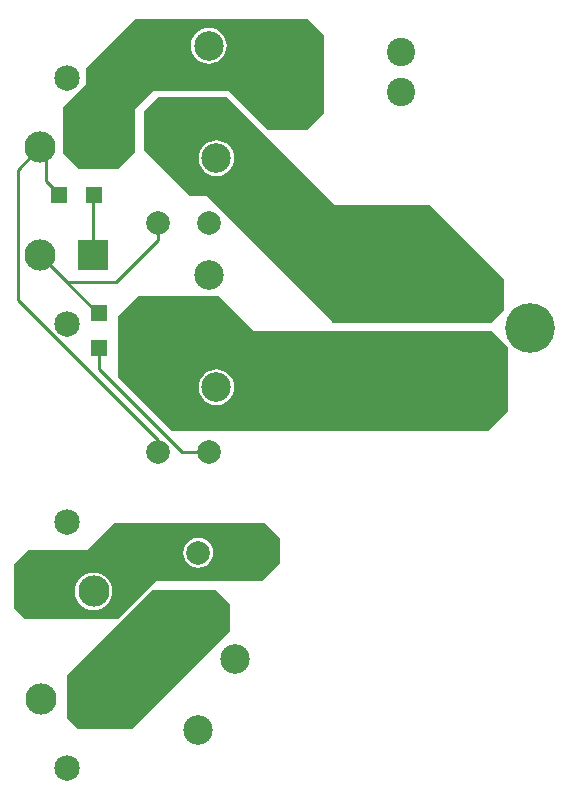
<source format=gbl>
G04*
G04 #@! TF.GenerationSoftware,Altium Limited,Altium Designer,19.1.8 (144)*
G04*
G04 Layer_Physical_Order=2*
G04 Layer_Color=16711680*
%FSLAX25Y25*%
%MOIN*%
G70*
G01*
G75*
%ADD11C,0.01000*%
%ADD21C,0.10394*%
%ADD22R,0.10394X0.10394*%
%ADD23C,0.08504*%
%ADD24C,0.09843*%
%ADD25C,0.07874*%
%ADD26C,0.16535*%
%ADD27C,0.09449*%
%ADD28R,0.05315X0.05709*%
%ADD29R,0.05709X0.05315*%
G36*
X234350Y156791D02*
Y148917D01*
X228150Y142717D01*
X192717D01*
X180217Y130217D01*
X148917Y130217D01*
X145374Y133760D01*
Y148228D01*
X150197Y153051D01*
X169783D01*
X178740Y162008D01*
X229134D01*
X234350Y156791D01*
D02*
G37*
G36*
X217421Y135039D02*
Y126181D01*
X184744Y93504D01*
X166929D01*
X163189Y97244D01*
Y111319D01*
X191732Y139862D01*
X212598D01*
X217421Y135039D01*
D02*
G37*
G36*
X249016Y324606D02*
Y298819D01*
X243307Y293110D01*
X230020D01*
X217028Y306102D01*
X191831D01*
X185925Y300197D01*
Y285925D01*
X180118Y280118D01*
X167126D01*
X162008Y285236D01*
Y300787D01*
X169488Y308268D01*
Y313878D01*
X185827Y330217D01*
X243406D01*
X249016Y324606D01*
D02*
G37*
G36*
X252461Y268110D02*
X284350Y268110D01*
X308957Y243504D01*
X308957Y233071D01*
X304724Y228839D01*
X251870D01*
X209744Y270965D01*
X204232D01*
X188878Y286319D01*
X188878Y299606D01*
X193405Y304134D01*
X216437Y304134D01*
X252461Y268110D01*
D02*
G37*
G36*
X225689Y225984D02*
X304724Y225984D01*
X310039Y220669D01*
X310039Y199409D01*
X303543Y192913D01*
X198130D01*
X180118Y210925D01*
Y231004D01*
X187008Y237894D01*
X213779D01*
X225689Y225984D01*
D02*
G37*
%LPC*%
G36*
X206890Y157243D02*
X205601Y157074D01*
X204400Y156576D01*
X203369Y155785D01*
X202577Y154754D01*
X202080Y153553D01*
X201910Y152264D01*
X202080Y150975D01*
X202577Y149774D01*
X203369Y148743D01*
X204400Y147951D01*
X205601Y147454D01*
X206890Y147284D01*
X208179Y147454D01*
X209380Y147951D01*
X210411Y148743D01*
X211202Y149774D01*
X211700Y150975D01*
X211869Y152264D01*
X211700Y153553D01*
X211202Y154754D01*
X210411Y155785D01*
X209380Y156576D01*
X208179Y157074D01*
X206890Y157243D01*
D02*
G37*
G36*
X172039Y145573D02*
X170825Y145454D01*
X169657Y145099D01*
X168580Y144524D01*
X167636Y143749D01*
X166862Y142806D01*
X166287Y141729D01*
X165932Y140561D01*
X165813Y139347D01*
X165932Y138132D01*
X166287Y136964D01*
X166862Y135887D01*
X167636Y134943D01*
X168580Y134169D01*
X169657Y133594D01*
X170825Y133239D01*
X172039Y133120D01*
X173254Y133239D01*
X174422Y133594D01*
X175499Y134169D01*
X176442Y134943D01*
X177217Y135887D01*
X177792Y136964D01*
X178147Y138132D01*
X178266Y139347D01*
X178147Y140561D01*
X177792Y141729D01*
X177217Y142806D01*
X176442Y143749D01*
X175499Y144524D01*
X174422Y145099D01*
X173254Y145454D01*
X172039Y145573D01*
D02*
G37*
G36*
X210433Y327121D02*
X209272Y327006D01*
X208156Y326668D01*
X207127Y326118D01*
X206226Y325378D01*
X205486Y324476D01*
X204936Y323448D01*
X204597Y322332D01*
X204483Y321171D01*
X204597Y320010D01*
X204936Y318894D01*
X205486Y317865D01*
X206226Y316964D01*
X207127Y316224D01*
X208156Y315674D01*
X209272Y315335D01*
X210433Y315221D01*
X211594Y315335D01*
X212710Y315674D01*
X213739Y316224D01*
X214640Y316964D01*
X215380Y317865D01*
X215930Y318894D01*
X216269Y320010D01*
X216383Y321171D01*
X216269Y322332D01*
X215930Y323448D01*
X215380Y324476D01*
X214640Y325378D01*
X213739Y326118D01*
X212710Y326668D01*
X211594Y327006D01*
X210433Y327121D01*
D02*
G37*
G36*
X212992Y289719D02*
X211831Y289605D01*
X210715Y289266D01*
X209686Y288716D01*
X208785Y287976D01*
X208045Y287075D01*
X207495Y286046D01*
X207157Y284930D01*
X207042Y283769D01*
X207157Y282608D01*
X207495Y281492D01*
X208045Y280464D01*
X208785Y279562D01*
X209686Y278822D01*
X210715Y278272D01*
X211831Y277934D01*
X212992Y277819D01*
X214153Y277934D01*
X215269Y278272D01*
X216298Y278822D01*
X217199Y279562D01*
X217939Y280464D01*
X218489Y281492D01*
X218828Y282608D01*
X218942Y283769D01*
X218828Y284930D01*
X218489Y286046D01*
X217939Y287075D01*
X217199Y287976D01*
X216298Y288716D01*
X215269Y289266D01*
X214153Y289605D01*
X212992Y289719D01*
D02*
G37*
G36*
Y213341D02*
X211831Y213227D01*
X210715Y212888D01*
X209686Y212338D01*
X208785Y211598D01*
X208045Y210697D01*
X207495Y209668D01*
X207157Y208552D01*
X207042Y207391D01*
X207157Y206230D01*
X207495Y205114D01*
X208045Y204086D01*
X208785Y203184D01*
X209686Y202444D01*
X210715Y201894D01*
X211831Y201556D01*
X212992Y201441D01*
X214153Y201556D01*
X215269Y201894D01*
X216298Y202444D01*
X217199Y203184D01*
X217939Y204086D01*
X218489Y205114D01*
X218828Y206230D01*
X218942Y207391D01*
X218828Y208552D01*
X218489Y209668D01*
X217939Y210697D01*
X217199Y211598D01*
X216298Y212338D01*
X215269Y212888D01*
X214153Y213227D01*
X212992Y213341D01*
D02*
G37*
%LPD*%
D11*
X146949Y236371D02*
X160708Y222612D01*
X146949Y236371D02*
Y279942D01*
X160754Y222612D02*
X193504Y189862D01*
X160708Y222612D02*
X160754D01*
X193504Y185738D02*
Y189862D01*
X201476Y185728D02*
X210424D01*
X173721Y213484D02*
X201476Y185728D01*
X173721Y213484D02*
Y220374D01*
X173524Y231988D02*
X173721D01*
X154323Y251189D02*
X173524Y231988D01*
X154323Y251189D02*
Y251411D01*
X171843Y271153D02*
X172146Y271457D01*
X156120Y276065D02*
X160531Y271654D01*
Y271457D02*
Y271654D01*
X210424Y185728D02*
X210433Y185738D01*
X171843Y251411D02*
Y271153D01*
X154323Y287316D02*
X156120Y285519D01*
Y276065D02*
Y285519D01*
X179528Y242421D02*
X193504Y256398D01*
Y262116D01*
X163312Y242421D02*
X179528D01*
X154323Y251411D02*
X163312Y242421D01*
X146949Y279942D02*
X154323Y287316D01*
X208841Y262116D02*
X210433D01*
D21*
X172039Y139347D02*
D03*
X154520D02*
D03*
Y103441D02*
D03*
X154323Y251411D02*
D03*
Y287316D02*
D03*
X171843D02*
D03*
D22*
X172039Y103441D02*
D03*
X171843Y251411D02*
D03*
D23*
X163287Y162402D02*
D03*
Y80394D02*
D03*
X163091Y228364D02*
D03*
Y310372D02*
D03*
D24*
X206890Y93209D02*
D03*
X204331Y130610D02*
D03*
X219291Y116831D02*
D03*
X198031Y221171D02*
D03*
X212992Y207391D02*
D03*
X210433Y244793D02*
D03*
X198031Y297549D02*
D03*
X212992Y283769D02*
D03*
X210433Y321171D02*
D03*
D25*
X223819Y152264D02*
D03*
X206890D02*
D03*
X210433Y185738D02*
D03*
X193504D02*
D03*
X210433Y262116D02*
D03*
X193504D02*
D03*
D26*
X300570Y237106D02*
D03*
X317618Y227264D02*
D03*
X300570Y217421D02*
D03*
D27*
X235563Y319057D02*
D03*
X274618D02*
D03*
X235563Y305671D02*
D03*
X274618D02*
D03*
D28*
X160531Y271457D02*
D03*
X172146D02*
D03*
D29*
X173721Y231988D02*
D03*
Y220374D02*
D03*
M02*

</source>
